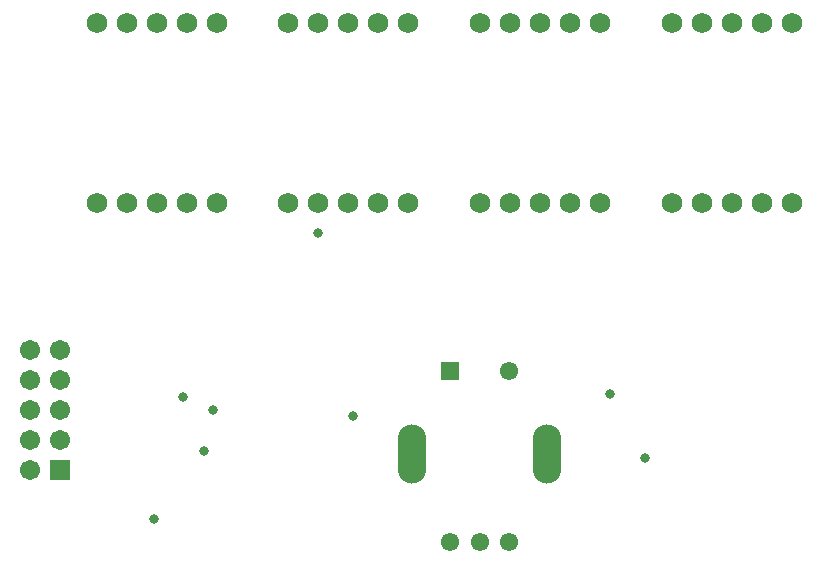
<source format=gbs>
G04*
G04 #@! TF.GenerationSoftware,Altium Limited,Altium Designer,23.4.1 (23)*
G04*
G04 Layer_Color=16711935*
%FSLAX44Y44*%
%MOMM*%
G71*
G04*
G04 #@! TF.SameCoordinates,F24B36E9-0D30-401B-9849-1351ABCE0AFF*
G04*
G04*
G04 #@! TF.FilePolarity,Negative*
G04*
G01*
G75*
%ADD19C,1.7272*%
%ADD20R,1.7032X1.7032*%
%ADD21C,1.7032*%
G04:AMPARAMS|DCode=22|XSize=2.4mm|YSize=5mm|CornerRadius=1.2mm|HoleSize=0mm|Usage=FLASHONLY|Rotation=0.000|XOffset=0mm|YOffset=0mm|HoleType=Round|Shape=RoundedRectangle|*
%AMROUNDEDRECTD22*
21,1,2.4000,2.6000,0,0,0.0*
21,1,0.0000,5.0000,0,0,0.0*
1,1,2.4000,0.0000,-1.3000*
1,1,2.4000,0.0000,-1.3000*
1,1,2.4000,0.0000,1.3000*
1,1,2.4000,0.0000,1.3000*
%
%ADD22ROUNDEDRECTD22*%
%ADD23C,1.5500*%
%ADD24R,1.5500X1.5500*%
%ADD25C,0.8382*%
D19*
X1500124Y1167384D02*
D03*
Y1014984D02*
D03*
X1398524Y1167384D02*
D03*
X1423924D02*
D03*
X1449324D02*
D03*
X1474724D02*
D03*
Y1014984D02*
D03*
X1449324D02*
D03*
X1423924D02*
D03*
X1398524D02*
D03*
X1337818Y1167384D02*
D03*
Y1014984D02*
D03*
X1236218Y1167384D02*
D03*
X1261618D02*
D03*
X1287018D02*
D03*
X1312418D02*
D03*
Y1014984D02*
D03*
X1287018D02*
D03*
X1261618D02*
D03*
X1236218D02*
D03*
X1175258Y1167384D02*
D03*
Y1014984D02*
D03*
X1073658Y1167384D02*
D03*
X1099058D02*
D03*
X1124458D02*
D03*
X1149858D02*
D03*
Y1014984D02*
D03*
X1124458D02*
D03*
X1099058D02*
D03*
X1073658D02*
D03*
X1012952Y1167384D02*
D03*
Y1014984D02*
D03*
X911352Y1167384D02*
D03*
X936752D02*
D03*
X962152D02*
D03*
X987552D02*
D03*
Y1014984D02*
D03*
X962152D02*
D03*
X936752D02*
D03*
X911352D02*
D03*
D20*
X880110Y788670D02*
D03*
D21*
X854710D02*
D03*
X880110Y814070D02*
D03*
X854710D02*
D03*
X880110Y839470D02*
D03*
X854710D02*
D03*
X880110Y864870D02*
D03*
X854710D02*
D03*
X880110Y890270D02*
D03*
X854710D02*
D03*
D22*
X1292710Y802640D02*
D03*
X1178710D02*
D03*
D23*
X1260710Y727640D02*
D03*
X1235710D02*
D03*
X1210710D02*
D03*
X1260710Y872640D02*
D03*
D24*
X1210710D02*
D03*
D25*
X1375410Y798830D02*
D03*
X1009650Y839470D02*
D03*
X984250Y850900D02*
D03*
X1346454Y853186D02*
D03*
X959866Y747776D02*
D03*
X1128268Y834898D02*
D03*
X1099185Y989711D02*
D03*
X1002284Y805180D02*
D03*
M02*

</source>
